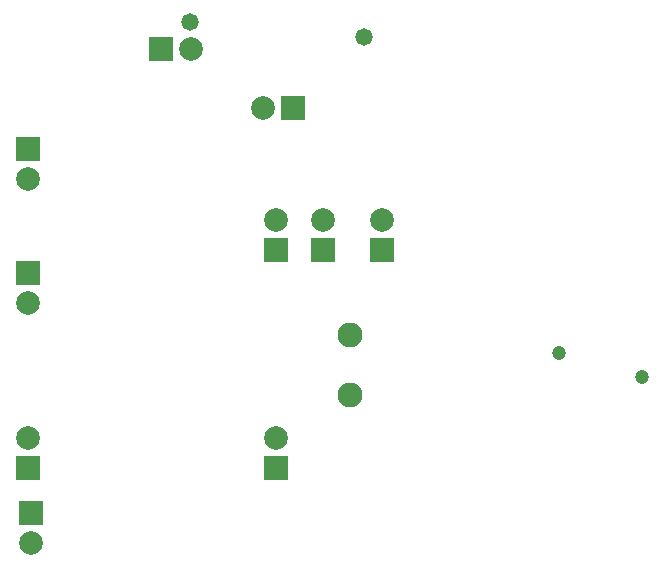
<source format=gbs>
%FSLAX43Y43*%
%MOMM*%
G71*
G01*
G75*
G04 Layer_Color=16711935*
%ADD10C,0.500*%
%ADD11R,0.700X1.000*%
%ADD12R,0.700X0.600*%
%ADD13R,1.000X0.700*%
%ADD14R,0.600X0.700*%
%ADD15R,0.500X0.850*%
%ADD16R,2.950X1.450*%
%ADD17R,2.700X1.600*%
%ADD18R,1.450X2.950*%
%ADD19R,1.600X1.300*%
%ADD20R,1.600X2.000*%
%ADD21R,0.900X0.800*%
%ADD22R,1.400X1.000*%
%ADD23R,1.000X0.850*%
%ADD24R,1.800X1.800*%
%ADD25C,1.800*%
%ADD26R,1.800X1.800*%
%ADD27C,1.900*%
%ADD28C,1.000*%
%ADD29C,1.270*%
%ADD30C,0.127*%
%ADD31C,0.203*%
%ADD32R,0.903X1.203*%
%ADD33R,0.903X0.803*%
%ADD34R,1.203X0.903*%
%ADD35R,0.803X0.903*%
%ADD36R,0.703X1.053*%
%ADD37R,3.153X1.653*%
%ADD38R,2.903X1.803*%
%ADD39R,1.653X3.153*%
%ADD40R,1.803X1.503*%
%ADD41R,1.803X2.203*%
%ADD42R,1.103X1.003*%
%ADD43R,1.603X1.203*%
%ADD44R,1.203X1.053*%
%ADD45R,2.003X2.003*%
%ADD46C,2.003*%
%ADD47R,2.003X2.003*%
%ADD48C,2.103*%
%ADD49C,1.203*%
%ADD50C,1.473*%
D45*
X70000Y47000D02*
D03*
X79000Y65500D02*
D03*
X49000Y47000D02*
D03*
Y74000D02*
D03*
X49250Y43250D02*
D03*
X49000Y63500D02*
D03*
X74000Y65500D02*
D03*
X70000D02*
D03*
D46*
Y49540D02*
D03*
X62790Y82500D02*
D03*
X79000Y68040D02*
D03*
X49000Y49540D02*
D03*
Y71460D02*
D03*
X49250Y40710D02*
D03*
X49000Y60960D02*
D03*
X68960Y77500D02*
D03*
X74000Y68040D02*
D03*
X70000D02*
D03*
D47*
X60250Y82500D02*
D03*
X71500Y77500D02*
D03*
D48*
X76330Y58250D02*
D03*
Y53250D02*
D03*
D49*
X94002Y56759D02*
D03*
X100987Y54759D02*
D03*
D50*
X77500Y83500D02*
D03*
X62750Y84750D02*
D03*
M02*

</source>
